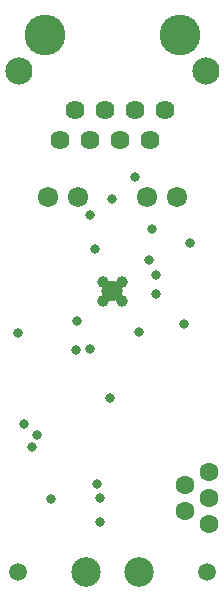
<source format=gbr>
%TF.GenerationSoftware,Altium Limited,Altium Designer,23.1.1 (15)*%
G04 Layer_Color=16711935*
%FSLAX45Y45*%
%MOMM*%
%TF.SameCoordinates,8534D3C2-D56F-49E7-8A62-4489C1F11DDD*%
%TF.FilePolarity,Negative*%
%TF.FileFunction,Soldermask,Bot*%
%TF.Part,Single*%
G01*
G75*
%TA.AperFunction,ComponentPad*%
%ADD44C,1.50320*%
%ADD45C,3.45320*%
%ADD46C,2.30320*%
%ADD47C,1.62320*%
%ADD48C,1.72320*%
%ADD49C,1.80320*%
%ADD50C,1.00320*%
%ADD51C,1.60320*%
%ADD52C,2.50320*%
%TA.AperFunction,ViaPad*%
%ADD53C,0.80320*%
D44*
X200000Y220000D02*
D03*
X1800000D02*
D03*
D45*
X1571500Y4772000D02*
D03*
X428500D02*
D03*
D46*
X210000Y4467000D02*
D03*
X1790000D02*
D03*
D47*
X1444500Y4137000D02*
D03*
X1317500Y3883000D02*
D03*
X1190500Y4137000D02*
D03*
X1063500Y3883000D02*
D03*
X936500Y4137000D02*
D03*
X809500Y3883000D02*
D03*
X682500Y4137000D02*
D03*
X555500Y3883000D02*
D03*
D48*
X453500Y3400000D02*
D03*
X707500D02*
D03*
X1292500D02*
D03*
X1546500D02*
D03*
D49*
X1000000Y2600000D02*
D03*
D50*
X1080000Y2520000D02*
D03*
Y2680000D02*
D03*
X920000D02*
D03*
Y2520000D02*
D03*
D51*
X1620000Y960000D02*
D03*
Y740000D02*
D03*
X1820000Y1070000D02*
D03*
Y850000D02*
D03*
Y630000D02*
D03*
D52*
X775000Y225000D02*
D03*
X1225000D02*
D03*
D53*
X250000Y1480000D02*
D03*
X320000Y1280000D02*
D03*
X1660000Y3010000D02*
D03*
X360000Y1380000D02*
D03*
X1610000Y2320000D02*
D03*
X870000Y970000D02*
D03*
X980000Y1700000D02*
D03*
X200000Y2250000D02*
D03*
X690000Y2100000D02*
D03*
X1230000Y2260000D02*
D03*
X1310000Y2870000D02*
D03*
X1370000Y2740000D02*
D03*
X810000Y2110000D02*
D03*
Y3250000D02*
D03*
X1000000Y3380000D02*
D03*
X1340000Y3130000D02*
D03*
X1190000Y3570000D02*
D03*
X850000Y2960000D02*
D03*
X480000Y840000D02*
D03*
X700000Y2350000D02*
D03*
X1370000Y2575000D02*
D03*
X900000Y850000D02*
D03*
Y650000D02*
D03*
%TF.MD5,f77f204b4aaa7bf17db5d9904a884bca*%
M02*

</source>
